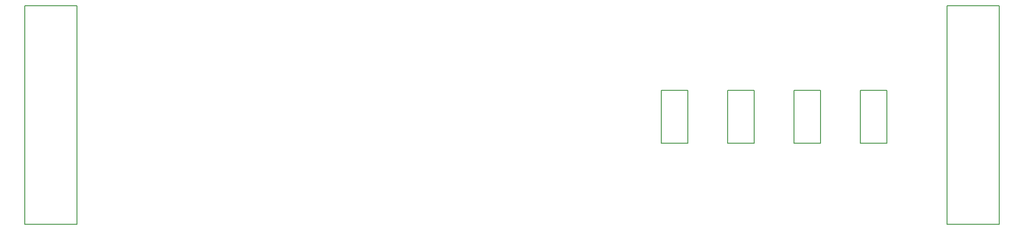
<source format=gbr>
G04 EasyPC Gerber Version 20.0.2 Build 4112 *
G04 #@! TF.Part,Single*
%FSLAX35Y35*%
%MOIN*%
%ADD11C,0.00500*%
X0Y0D02*
D02*
D11*
X39935Y194463D02*
X565D01*
Y29108*
X39935*
Y194463*
X500250Y90250D02*
Y130250D01*
X480250*
Y90250*
X500250*
X550250D02*
Y130250D01*
X530250*
Y90250*
X550250*
X600250D02*
Y130250D01*
X580250*
Y90250*
X600250*
X650250D02*
Y130250D01*
X630250*
Y90250*
X650250*
X734935Y194463D02*
X695565D01*
Y29108*
X734935*
Y194463*
X0Y0D02*
M02*

</source>
